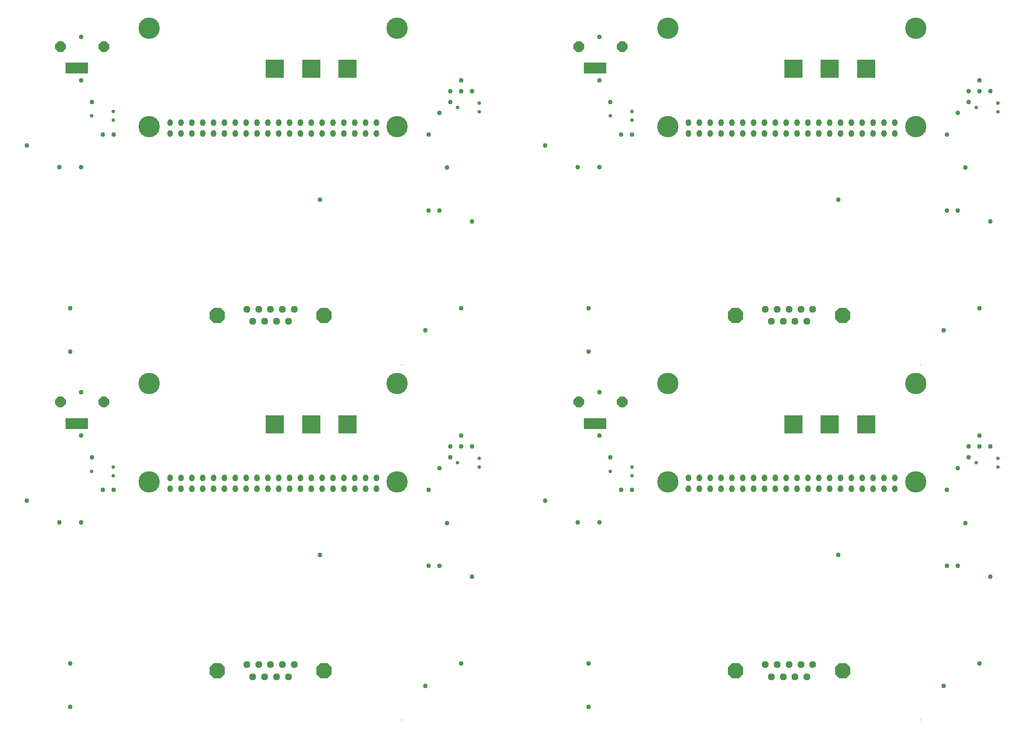
<source format=gbs>
G04*
G04 #@! TF.GenerationSoftware,Altium Limited,Altium Designer,19.0.8 (182)*
G04*
G04 Layer_Color=16711935*
%FSLAX25Y25*%
%MOIN*%
G70*
G01*
G75*
%ADD68O,0.05118X0.06299*%
%ADD71C,0.03347*%
%ADD133C,0.19685*%
%ADD134P,0.06818X8X202.5*%
%ADD135P,0.15341X8X202.5*%
%ADD136C,0.00800*%
%ADD137P,0.10499X8X22.5*%
%ADD138C,0.05300*%
%ADD139R,0.21000X0.10429*%
%ADD140C,0.04304*%
%ADD141R,0.16800X0.16800*%
D68*
X200286Y238032D02*
D03*
Y248031D02*
D03*
X210286Y238032D02*
D03*
Y248031D02*
D03*
X220286Y238032D02*
D03*
Y248031D02*
D03*
X230286Y238032D02*
D03*
Y248031D02*
D03*
X240286Y238032D02*
D03*
Y248031D02*
D03*
X250286Y238032D02*
D03*
Y248031D02*
D03*
X260286Y238032D02*
D03*
Y248031D02*
D03*
X270286Y238032D02*
D03*
Y248031D02*
D03*
X280286Y238032D02*
D03*
Y248031D02*
D03*
X290286Y238032D02*
D03*
Y248031D02*
D03*
X300286Y238032D02*
D03*
Y248031D02*
D03*
X310286Y238032D02*
D03*
Y248031D02*
D03*
X320286Y238032D02*
D03*
Y248031D02*
D03*
X330286Y238032D02*
D03*
Y248031D02*
D03*
X340286Y238032D02*
D03*
Y248031D02*
D03*
X350286Y238032D02*
D03*
Y248031D02*
D03*
X360286Y238032D02*
D03*
Y248031D02*
D03*
X370286Y238032D02*
D03*
Y248031D02*
D03*
X390286D02*
D03*
Y238032D02*
D03*
X380286Y248031D02*
D03*
Y238032D02*
D03*
X677773D02*
D03*
Y248031D02*
D03*
X687773Y238032D02*
D03*
Y248031D02*
D03*
X697773Y238032D02*
D03*
Y248031D02*
D03*
X707773Y238032D02*
D03*
Y248031D02*
D03*
X717773Y238032D02*
D03*
Y248031D02*
D03*
X727773Y238032D02*
D03*
Y248031D02*
D03*
X737773Y238032D02*
D03*
Y248031D02*
D03*
X747773Y238032D02*
D03*
Y248031D02*
D03*
X757773Y238032D02*
D03*
Y248031D02*
D03*
X767773Y238032D02*
D03*
Y248031D02*
D03*
X777773Y238032D02*
D03*
Y248031D02*
D03*
X787773Y238032D02*
D03*
Y248031D02*
D03*
X797773Y238032D02*
D03*
Y248031D02*
D03*
X807773Y238032D02*
D03*
Y248031D02*
D03*
X817773Y238032D02*
D03*
Y248031D02*
D03*
X827773Y238032D02*
D03*
Y248031D02*
D03*
X837773Y238032D02*
D03*
Y248031D02*
D03*
X847773Y238032D02*
D03*
Y248031D02*
D03*
X867773D02*
D03*
Y238032D02*
D03*
X857773Y248031D02*
D03*
Y238032D02*
D03*
X200286Y565519D02*
D03*
Y575519D02*
D03*
X210286Y565519D02*
D03*
Y575519D02*
D03*
X220286Y565519D02*
D03*
Y575519D02*
D03*
X230286Y565519D02*
D03*
Y575519D02*
D03*
X240286Y565519D02*
D03*
Y575519D02*
D03*
X250286Y565519D02*
D03*
Y575519D02*
D03*
X260286Y565519D02*
D03*
Y575519D02*
D03*
X270286Y565519D02*
D03*
Y575519D02*
D03*
X280286Y565519D02*
D03*
Y575519D02*
D03*
X290286Y565519D02*
D03*
Y575519D02*
D03*
X300286Y565519D02*
D03*
Y575519D02*
D03*
X310286Y565519D02*
D03*
Y575519D02*
D03*
X320286Y565519D02*
D03*
Y575519D02*
D03*
X330286Y565519D02*
D03*
Y575519D02*
D03*
X340286Y565519D02*
D03*
Y575519D02*
D03*
X350286Y565519D02*
D03*
Y575519D02*
D03*
X360286Y565519D02*
D03*
Y575519D02*
D03*
X370286Y565519D02*
D03*
Y575519D02*
D03*
X390286D02*
D03*
Y565519D02*
D03*
X380286Y575519D02*
D03*
Y565519D02*
D03*
X677773D02*
D03*
Y575519D02*
D03*
X687773Y565519D02*
D03*
Y575519D02*
D03*
X697773Y565519D02*
D03*
Y575519D02*
D03*
X707773Y565519D02*
D03*
Y575519D02*
D03*
X717773Y565519D02*
D03*
Y575519D02*
D03*
X727773Y565519D02*
D03*
Y575519D02*
D03*
X737773Y565519D02*
D03*
Y575519D02*
D03*
X747773Y565519D02*
D03*
Y575519D02*
D03*
X757773Y565519D02*
D03*
Y575519D02*
D03*
X767773Y565519D02*
D03*
Y575519D02*
D03*
X777773Y565519D02*
D03*
Y575519D02*
D03*
X787773Y565519D02*
D03*
Y575519D02*
D03*
X797773Y565519D02*
D03*
Y575519D02*
D03*
X807773Y565519D02*
D03*
Y575519D02*
D03*
X817773Y565519D02*
D03*
Y575519D02*
D03*
X827773Y565519D02*
D03*
Y575519D02*
D03*
X837773Y565519D02*
D03*
Y575519D02*
D03*
X847773Y565519D02*
D03*
Y575519D02*
D03*
X867773D02*
D03*
Y565519D02*
D03*
X857773Y575519D02*
D03*
Y565519D02*
D03*
D71*
X148046Y250187D02*
D03*
Y258187D02*
D03*
X128046Y254187D02*
D03*
X465167Y262079D02*
D03*
X485167Y266079D02*
D03*
Y258079D02*
D03*
X625533Y250187D02*
D03*
Y258187D02*
D03*
X605533Y254187D02*
D03*
X942653Y262079D02*
D03*
X962654Y266079D02*
D03*
Y258079D02*
D03*
X148046Y577674D02*
D03*
Y585674D02*
D03*
X128046Y581674D02*
D03*
X465167Y589566D02*
D03*
X485167Y593566D02*
D03*
Y585566D02*
D03*
X625533Y577674D02*
D03*
Y585674D02*
D03*
X605533Y581674D02*
D03*
X942653Y589566D02*
D03*
X962654Y593566D02*
D03*
Y585566D02*
D03*
D133*
X409420Y335000D02*
D03*
Y244449D02*
D03*
X181074D02*
D03*
Y335000D02*
D03*
X886907D02*
D03*
Y244449D02*
D03*
X658561D02*
D03*
Y335000D02*
D03*
X409420Y662487D02*
D03*
Y571936D02*
D03*
X181074D02*
D03*
Y662487D02*
D03*
X886907D02*
D03*
Y571936D02*
D03*
X658561D02*
D03*
Y662487D02*
D03*
D134*
X314644Y76000D02*
D03*
X303739D02*
D03*
X292833D02*
D03*
X281928D02*
D03*
X271022D02*
D03*
X309192Y64819D02*
D03*
X298286D02*
D03*
X287381D02*
D03*
X276475D02*
D03*
X792131Y76000D02*
D03*
X781226D02*
D03*
X770320D02*
D03*
X759415D02*
D03*
X748509D02*
D03*
X786679Y64819D02*
D03*
X775773D02*
D03*
X764868D02*
D03*
X753962D02*
D03*
X314644Y403487D02*
D03*
X303739D02*
D03*
X292833D02*
D03*
X281928D02*
D03*
X271022D02*
D03*
X309192Y392306D02*
D03*
X298286D02*
D03*
X287381D02*
D03*
X276475D02*
D03*
X792131Y403487D02*
D03*
X781226D02*
D03*
X770320D02*
D03*
X759415D02*
D03*
X748509D02*
D03*
X786679Y392306D02*
D03*
X775773D02*
D03*
X764868D02*
D03*
X753962D02*
D03*
D135*
X342026Y70410D02*
D03*
X243640D02*
D03*
X819513D02*
D03*
X721128D02*
D03*
X342026Y397896D02*
D03*
X243640D02*
D03*
X819513D02*
D03*
X721128D02*
D03*
D136*
X413738Y25039D02*
D03*
X891225D02*
D03*
X413738Y352526D02*
D03*
X891225D02*
D03*
D137*
X99286Y318000D02*
D03*
X139286D02*
D03*
X576773D02*
D03*
X616773D02*
D03*
X99286Y645487D02*
D03*
X139286D02*
D03*
X576773D02*
D03*
X616773D02*
D03*
D138*
X109286Y298000D02*
D03*
X119286D02*
D03*
X586773D02*
D03*
X596773D02*
D03*
X109286Y625487D02*
D03*
X119286D02*
D03*
X586773D02*
D03*
X596773D02*
D03*
D139*
X114286Y298215D02*
D03*
X591773D02*
D03*
X114286Y625702D02*
D03*
X591773D02*
D03*
D140*
X468286Y77000D02*
D03*
X108286Y37000D02*
D03*
Y77000D02*
D03*
X148286Y237000D02*
D03*
X458286Y267000D02*
D03*
Y277000D02*
D03*
X468286D02*
D03*
X478286D02*
D03*
X468286Y287000D02*
D03*
X438286Y237000D02*
D03*
X448286Y257000D02*
D03*
X68286Y227000D02*
D03*
X128286Y267000D02*
D03*
X118286Y287000D02*
D03*
X138286Y237000D02*
D03*
X118286Y327000D02*
D03*
Y207000D02*
D03*
X98286D02*
D03*
X338286Y177000D02*
D03*
X448286Y167000D02*
D03*
X435239Y56500D02*
D03*
X455238Y206500D02*
D03*
X478286Y157000D02*
D03*
X438286Y167000D02*
D03*
X945773Y77000D02*
D03*
X585773Y37000D02*
D03*
Y77000D02*
D03*
X625773Y237000D02*
D03*
X935773Y267000D02*
D03*
Y277000D02*
D03*
X945773D02*
D03*
X955773D02*
D03*
X945773Y287000D02*
D03*
X915773Y237000D02*
D03*
X925773Y257000D02*
D03*
X545773Y227000D02*
D03*
X605773Y267000D02*
D03*
X595773Y287000D02*
D03*
X615773Y237000D02*
D03*
X595773Y327000D02*
D03*
Y207000D02*
D03*
X575773D02*
D03*
X815773Y177000D02*
D03*
X925773Y167000D02*
D03*
X912725Y56500D02*
D03*
X932725Y206500D02*
D03*
X955773Y157000D02*
D03*
X915773Y167000D02*
D03*
X468286Y404487D02*
D03*
X108286Y364487D02*
D03*
Y404487D02*
D03*
X148286Y564487D02*
D03*
X458286Y594487D02*
D03*
Y604487D02*
D03*
X468286D02*
D03*
X478286D02*
D03*
X468286Y614487D02*
D03*
X438286Y564487D02*
D03*
X448286Y584487D02*
D03*
X68286Y554487D02*
D03*
X128286Y594487D02*
D03*
X118286Y614487D02*
D03*
X138286Y564487D02*
D03*
X118286Y654487D02*
D03*
Y534487D02*
D03*
X98286D02*
D03*
X338286Y504487D02*
D03*
X448286Y494487D02*
D03*
X435239Y383987D02*
D03*
X455238Y533987D02*
D03*
X478286Y484487D02*
D03*
X438286Y494487D02*
D03*
X945773Y404487D02*
D03*
X585773Y364487D02*
D03*
Y404487D02*
D03*
X625773Y564487D02*
D03*
X935773Y594487D02*
D03*
Y604487D02*
D03*
X945773D02*
D03*
X955773D02*
D03*
X945773Y614487D02*
D03*
X915773Y564487D02*
D03*
X925773Y584487D02*
D03*
X545773Y554487D02*
D03*
X605773Y594487D02*
D03*
X595773Y614487D02*
D03*
X615773Y564487D02*
D03*
X595773Y654487D02*
D03*
Y534487D02*
D03*
X575773D02*
D03*
X815773Y504487D02*
D03*
X925773Y494487D02*
D03*
X912725Y383987D02*
D03*
X932725Y533987D02*
D03*
X955773Y484487D02*
D03*
X915773Y494487D02*
D03*
D141*
X296786Y297500D02*
D03*
X330286D02*
D03*
X363786D02*
D03*
X774273D02*
D03*
X807773D02*
D03*
X841273D02*
D03*
X296786Y624987D02*
D03*
X330286D02*
D03*
X363786D02*
D03*
X774273D02*
D03*
X807773D02*
D03*
X841273D02*
D03*
M02*

</source>
